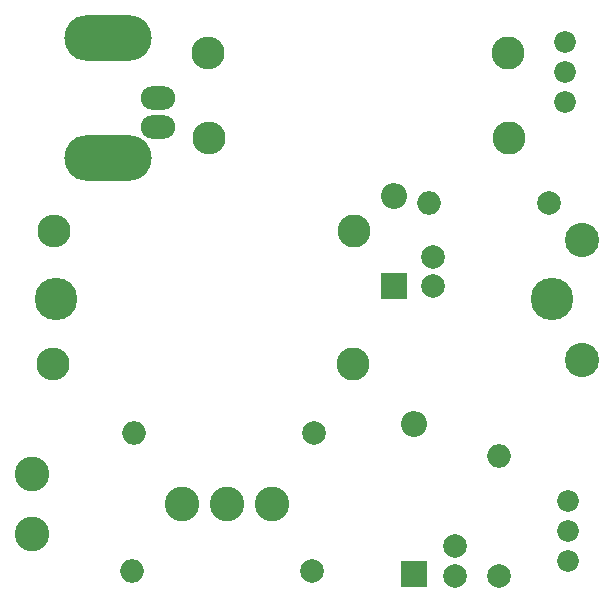
<source format=gbs>
%FSLAX46Y46*%
G04 Gerber Fmt 4.6, Leading zero omitted, Abs format (unit mm)*
G04 Created by KiCad (PCBNEW 4.0.7) date 07/24/18 01:41:51*
%MOMM*%
%LPD*%
G01*
G04 APERTURE LIST*
%ADD10C,0.100000*%
%ADD11C,3.600000*%
%ADD12C,2.000000*%
%ADD13R,2.200000X2.200000*%
%ADD14O,2.200000X2.200000*%
%ADD15O,7.400240X3.900120*%
%ADD16O,2.899360X2.000200*%
%ADD17C,2.899360*%
%ADD18C,2.800000*%
%ADD19O,2.800000X2.800000*%
%ADD20O,2.000000X2.000000*%
%ADD21C,1.840000*%
%ADD22C,2.940000*%
G04 APERTURE END LIST*
D10*
D11*
X111725000Y-110950000D03*
D12*
X143640000Y-107430000D03*
X143640000Y-109930000D03*
X145555000Y-134405000D03*
X145555000Y-131905000D03*
D13*
X140355000Y-109855000D03*
D14*
X140355000Y-102235000D03*
D13*
X142090000Y-134305000D03*
D14*
X142090000Y-121605000D03*
D15*
X116110000Y-99058100D03*
X116110000Y-88860000D03*
D16*
X120374660Y-93960320D03*
X120374660Y-96459680D03*
D17*
X156320000Y-116150000D03*
X156320000Y-105990000D03*
D18*
X136900000Y-116510000D03*
D19*
X111500000Y-116510000D03*
D18*
X136940000Y-105255000D03*
D19*
X111540000Y-105255000D03*
D18*
X150040000Y-90175000D03*
D19*
X124640000Y-90175000D03*
D18*
X150060000Y-97350000D03*
D19*
X124660000Y-97350000D03*
D12*
X153455000Y-102900000D03*
D20*
X143295000Y-102900000D03*
D12*
X149225000Y-134430000D03*
D20*
X149225000Y-124270000D03*
D21*
X154870000Y-89210000D03*
X154870000Y-91750000D03*
X154870000Y-94290000D03*
X155070000Y-133200000D03*
X155070000Y-130660000D03*
X155070000Y-128120000D03*
D11*
X153765000Y-110950000D03*
D22*
X109715000Y-125825000D03*
X109715000Y-130905000D03*
X122415000Y-128365000D03*
X126225000Y-128365000D03*
X130035000Y-128365000D03*
D12*
X133390000Y-134005000D03*
D20*
X118150000Y-134005000D03*
D12*
X133615000Y-122325000D03*
D20*
X118375000Y-122325000D03*
M02*

</source>
